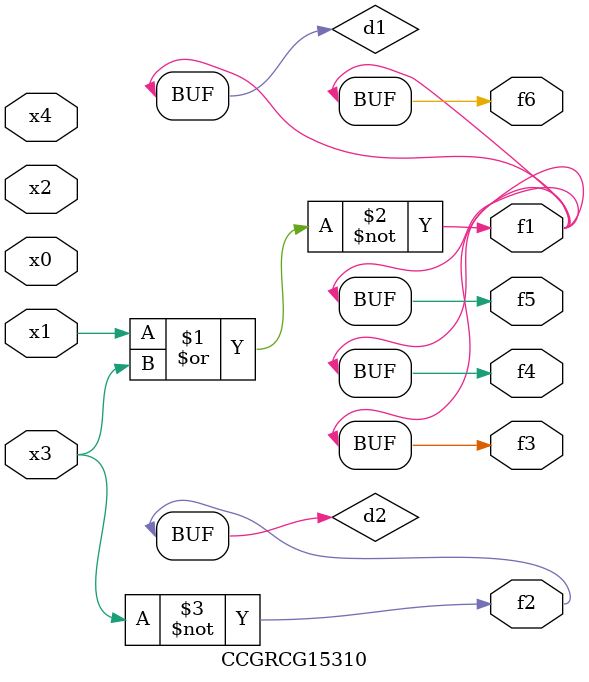
<source format=v>
module CCGRCG15310(
	input x0, x1, x2, x3, x4,
	output f1, f2, f3, f4, f5, f6
);

	wire d1, d2;

	nor (d1, x1, x3);
	not (d2, x3);
	assign f1 = d1;
	assign f2 = d2;
	assign f3 = d1;
	assign f4 = d1;
	assign f5 = d1;
	assign f6 = d1;
endmodule

</source>
